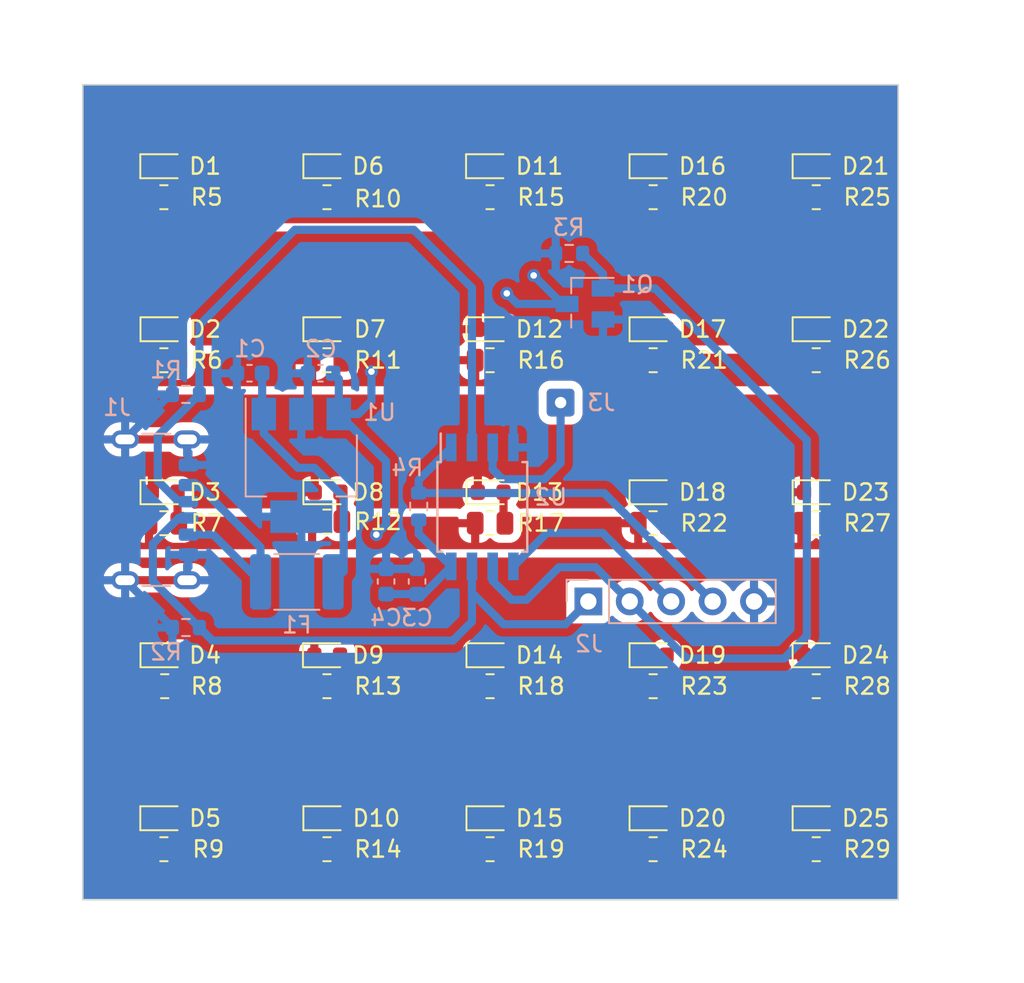
<source format=kicad_pcb>
(kicad_pcb (version 20221018) (generator pcbnew)
  (layers (0 "F.Cu" signal) (31 "B.Cu" signal) (34 "B.Paste" user) (35 "F.Paste" user) (36 "B.SilkS" user "B.Silkscreen") (37 "F.SilkS" user "F.Silkscreen") (38 "B.Mask" user) (39 "F.Mask" user) (44 "Edge.Cuts" user))
  (net 0 "")
  (net 1 "GND")
  (net 2 "Net-(D1-A)")
  (net 3 "Net-(D2-A)")
  (net 4 "Net-(D3-A)")
  (net 5 "Net-(D4-A)")
  (net 6 "Net-(D5-A)")
  (net 7 "Net-(D6-A)")
  (net 8 "Net-(D7-A)")
  (net 9 "Net-(D8-A)")
  (net 10 "Net-(D9-A)")
  (net 11 "Net-(D10-A)")
  (net 12 "Net-(D11-A)")
  (net 13 "Net-(D12-A)")
  (net 14 "Net-(D13-A)")
  (net 15 "Net-(D14-A)")
  (net 16 "Net-(D15-A)")
  (net 17 "Net-(D16-A)")
  (net 18 "Net-(D17-A)")
  (net 19 "Net-(D18-A)")
  (net 20 "Net-(D19-A)")
  (net 21 "Net-(D20-A)")
  (net 22 "Net-(D21-A)")
  (net 23 "Net-(D22-A)")
  (net 24 "Net-(D23-A)")
  (net 25 "Net-(D24-A)")
  (net 26 "Net-(D25-A)")
  (net 27 "SRC_CAP1")
  (net 28 "Net-(F1-Pad1)")
  (net 29 "SRC_CAP2")
  (net 30 "TOUCH_SENS_EXT")
  (net 31 "LED_CTRL")
  (net 32 "LED_OUT")
  (net 33 "USB_PWR")
  (net 34 "Net-(J2-Pin_4)")
  (net 35 "Net-(J2-Pin_3)")
  (net 36 "IC_PS")
  (net 37 "CIRC_PWR")
  (footprint "Diode_SMD:D_0603_1608Metric" (layer "F.Cu") (at 154.9875 75)
    (fp_text reference "D11" (at 3.0125 0) (layer "F.SilkS"))
    (fp_text value "WHITE")
    (pad "1" smd roundrect (at -0.7875 0) (size 0.875 0.95) (layers "F.Cu" "F.Paste" "F.Mask") (net 32 "LED_OUT"))
    (pad "2" smd roundrect (at 0.7875 0) (size 0.875 0.95) (layers "F.Cu" "F.Paste" "F.Mask") (net 12 "Net-(D11-A)"))
  )
  (footprint "Diode_SMD:D_0603_1608Metric" (layer "F.Cu") (at 155.0125 85)
    (fp_text reference "D12" (at 2.9875 0) (layer "F.SilkS"))
    (fp_text value "WHITE")
    (pad "1" smd roundrect (at -0.7875 0) (size 0.875 0.95) (layers "F.Cu" "F.Paste" "F.Mask") (net 32 "LED_OUT"))
    (pad "2" smd roundrect (at 0.7875 0) (size 0.875 0.95) (layers "F.Cu" "F.Paste" "F.Mask") (net 13 "Net-(D12-A)"))
  )
  (footprint "Diode_SMD:D_0603_1608Metric" (layer "F.Cu") (at 135.025 95)
    (fp_text reference "D3" (at 2.475 0) (layer "F.SilkS"))
    (fp_text value "WHITE")
    (pad "1" smd roundrect (at -0.7875 0) (size 0.875 0.95) (layers "F.Cu" "F.Paste" "F.Mask") (net 32 "LED_OUT"))
    (pad "2" smd roundrect (at 0.7875 0) (size 0.875 0.95) (layers "F.Cu" "F.Paste" "F.Mask") (net 4 "Net-(D3-A)"))
  )
  (footprint "Resistor_SMD:R_0805_2012Metric" (layer "F.Cu") (at 154.975 116.9)
    (fp_text reference "R19" (at 3.125 0) (layer "F.SilkS"))
    (fp_text value "500")
    (pad "1" smd roundrect (at -0.9125 0) (size 1.025 1.4) (layers "F.Cu" "F.Paste" "F.Mask") (roundrect_rratio 0.243902) (net 37 "CIRC_PWR"))
    (pad "2" smd roundrect (at 0.9125 0) (size 1.025 1.4) (layers "F.Cu" "F.Paste" "F.Mask") (roundrect_rratio 0.243902) (net 16 "Net-(D15-A)"))
  )
  (footprint "Resistor_SMD:R_0805_2012Metric" (layer "F.Cu") (at 164.975 116.9)
    (fp_text reference "R24" (at 3.125 0) (layer "F.SilkS"))
    (fp_text value "500")
    (pad "1" smd roundrect (at -0.9125 0) (size 1.025 1.4) (layers "F.Cu" "F.Paste" "F.Mask") (roundrect_rratio 0.243902) (net 37 "CIRC_PWR"))
    (pad "2" smd roundrect (at 0.9125 0) (size 1.025 1.4) (layers "F.Cu" "F.Paste" "F.Mask") (roundrect_rratio 0.243902) (net 21 "Net-(D20-A)"))
  )
  (footprint "Resistor_SMD:R_0805_2012Metric" (layer "F.Cu") (at 164.975 96.9)
    (fp_text reference "R22" (at 3.125 0) (layer "F.SilkS"))
    (fp_text value "500")
    (pad "1" smd roundrect (at -0.9125 0) (size 1.025 1.4) (layers "F.Cu" "F.Paste" "F.Mask") (roundrect_rratio 0.243902) (net 37 "CIRC_PWR"))
    (pad "2" smd roundrect (at 0.9125 0) (size 1.025 1.4) (layers "F.Cu" "F.Paste" "F.Mask") (roundrect_rratio 0.243902) (net 19 "Net-(D18-A)"))
  )
  (footprint "Resistor_SMD:R_0805_2012Metric" (layer "F.Cu") (at 144.975 96.8)
    (fp_text reference "R12" (at 3.125 0) (layer "F.SilkS"))
    (fp_text value "500")
    (pad "1" smd roundrect (at -0.9125 0) (size 1.025 1.4) (layers "F.Cu" "F.Paste" "F.Mask") (roundrect_rratio 0.243902) (net 37 "CIRC_PWR"))
    (pad "2" smd roundrect (at 0.9125 0) (size 1.025 1.4) (layers "F.Cu" "F.Paste" "F.Mask") (roundrect_rratio 0.243902) (net 9 "Net-(D8-A)"))
  )
  (footprint "Diode_SMD:D_0603_1608Metric" (layer "F.Cu") (at 165.0125 105)
    (fp_text reference "D19" (at 2.9875 0) (layer "F.SilkS"))
    (fp_text value "WHITE")
    (pad "1" smd roundrect (at -0.7875 0) (size 0.875 0.95) (layers "F.Cu" "F.Paste" "F.Mask") (net 32 "LED_OUT"))
    (pad "2" smd roundrect (at 0.7875 0) (size 0.875 0.95) (layers "F.Cu" "F.Paste" "F.Mask") (net 20 "Net-(D19-A)"))
  )
  (footprint "Diode_SMD:D_0603_1608Metric" (layer "F.Cu") (at 165.0125 115)
    (fp_text reference "D20" (at 2.9875 0) (layer "F.SilkS"))
    (fp_text value "WHITE")
    (pad "1" smd roundrect (at -0.7875 0) (size 0.875 0.95) (layers "F.Cu" "F.Paste" "F.Mask") (net 32 "LED_OUT"))
    (pad "2" smd roundrect (at 0.7875 0) (size 0.875 0.95) (layers "F.Cu" "F.Paste" "F.Mask") (net 21 "Net-(D20-A)"))
  )
  (footprint "Diode_SMD:D_0603_1608Metric" (layer "F.Cu") (at 145.0125 85)
    (fp_text reference "D7" (at 2.5875 0) (layer "F.SilkS"))
    (fp_text value "WHITE")
    (pad "1" smd roundrect (at -0.7875 0) (size 0.875 0.95) (layers "F.Cu" "F.Paste" "F.Mask") (net 32 "LED_OUT"))
    (pad "2" smd roundrect (at 0.7875 0) (size 0.875 0.95) (layers "F.Cu" "F.Paste" "F.Mask") (net 8 "Net-(D7-A)"))
  )
  (footprint "Diode_SMD:D_0603_1608Metric" (layer "F.Cu") (at 175.0125 85)
    (fp_text reference "D22" (at 2.9875 0) (layer "F.SilkS"))
    (fp_text value "WHITE")
    (pad "1" smd roundrect (at -0.7875 0) (size 0.875 0.95) (layers "F.Cu" "F.Paste" "F.Mask") (net 32 "LED_OUT"))
    (pad "2" smd roundrect (at 0.7875 0) (size 0.875 0.95) (layers "F.Cu" "F.Paste" "F.Mask") (net 23 "Net-(D22-A)"))
  )
  (footprint "Diode_SMD:D_0603_1608Metric" (layer "F.Cu") (at 144.9875 105)
    (fp_text reference "D9" (at 2.5125 0) (layer "F.SilkS"))
    (fp_text value "WHITE")
    (pad "1" smd roundrect (at -0.7875 0) (size 0.875 0.95) (layers "F.Cu" "F.Paste" "F.Mask") (net 32 "LED_OUT"))
    (pad "2" smd roundrect (at 0.7875 0) (size 0.875 0.95) (layers "F.Cu" "F.Paste" "F.Mask") (net 10 "Net-(D9-A)"))
  )
  (footprint "Resistor_SMD:R_0805_2012Metric" (layer "F.Cu") (at 134.975 86.9)
    (fp_text reference "R6" (at 2.625 0) (layer "F.SilkS"))
    (fp_text value "500")
    (pad "1" smd roundrect (at -0.9125 0) (size 1.025 1.4) (layers "F.Cu" "F.Paste" "F.Mask") (roundrect_rratio 0.243902) (net 37 "CIRC_PWR"))
    (pad "2" smd roundrect (at 0.9125 0) (size 1.025 1.4) (layers "F.Cu" "F.Paste" "F.Mask") (roundrect_rratio 0.243902) (net 3 "Net-(D2-A)"))
  )
  (footprint "Diode_SMD:D_0603_1608Metric" (layer "F.Cu") (at 165.0125 95)
    (fp_text reference "D18" (at 2.9875 0) (layer "F.SilkS"))
    (fp_text value "WHITE")
    (pad "1" smd roundrect (at -0.7875 0) (size 0.875 0.95) (layers "F.Cu" "F.Paste" "F.Mask") (net 32 "LED_OUT"))
    (pad "2" smd roundrect (at 0.7875 0) (size 0.875 0.95) (layers "F.Cu" "F.Paste" "F.Mask") (net 19 "Net-(D18-A)"))
  )
  (footprint "Resistor_SMD:R_0805_2012Metric" (layer "F.Cu") (at 174.975 96.9)
    (fp_text reference "R27" (at 3.125 0) (layer "F.SilkS"))
    (fp_text value "500")
    (pad "1" smd roundrect (at -0.9125 0) (size 1.025 1.4) (layers "F.Cu" "F.Paste" "F.Mask") (roundrect_rratio 0.243902) (net 37 "CIRC_PWR"))
    (pad "2" smd roundrect (at 0.9125 0) (size 1.025 1.4) (layers "F.Cu" "F.Paste" "F.Mask") (roundrect_rratio 0.243902) (net 24 "Net-(D23-A)"))
  )
  (footprint "Resistor_SMD:R_0805_2012Metric" (layer "F.Cu") (at 164.975 76.9)
    (fp_text reference "R20" (at 3.125 0) (layer "F.SilkS"))
    (fp_text value "500")
    (pad "1" smd roundrect (at -0.9125 0) (size 1.025 1.4) (layers "F.Cu" "F.Paste" "F.Mask") (roundrect_rratio 0.243902) (net 37 "CIRC_PWR"))
    (pad "2" smd roundrect (at 0.9125 0) (size 1.025 1.4) (layers "F.Cu" "F.Paste" "F.Mask") (roundrect_rratio 0.243902) (net 17 "Net-(D16-A)"))
  )
  (footprint "Resistor_SMD:R_0805_2012Metric" (layer "F.Cu") (at 154.975 106.9)
    (fp_text reference "R18" (at 3.125 0) (layer "F.SilkS"))
    (fp_text value "500")
    (pad "1" smd roundrect (at -0.9125 0) (size 1.025 1.4) (layers "F.Cu" "F.Paste" "F.Mask") (roundrect_rratio 0.243902) (net 37 "CIRC_PWR"))
    (pad "2" smd roundrect (at 0.9125 0) (size 1.025 1.4) (layers "F.Cu" "F.Paste" "F.Mask") (roundrect_rratio 0.243902) (net 15 "Net-(D14-A)"))
  )
  (footprint "Diode_SMD:D_0603_1608Metric" (layer "F.Cu") (at 175.0125 115)
    (fp_text reference "D25" (at 2.9875 0) (layer "F.SilkS"))
    (fp_text value "WHITE")
    (pad "1" smd roundrect (at -0.7875 0) (size 0.875 0.95) (layers "F.Cu" "F.Paste" "F.Mask") (net 32 "LED_OUT"))
    (pad "2" smd roundrect (at 0.7875 0) (size 0.875 0.95) (layers "F.Cu" "F.Paste" "F.Mask") (net 26 "Net-(D25-A)"))
  )
  (footprint "Resistor_SMD:R_0805_2012Metric" (layer "F.Cu") (at 144.975 86.9)
    (fp_text reference "R11" (at 3.125 0) (layer "F.SilkS"))
    (fp_text value "500")
    (pad "1" smd roundrect (at -0.9125 0) (size 1.025 1.4) (layers "F.Cu" "F.Paste" "F.Mask") (roundrect_rratio 0.243902) (net 37 "CIRC_PWR"))
    (pad "2" smd roundrect (at 0.9125 0) (size 1.025 1.4) (layers "F.Cu" "F.Paste" "F.Mask") (roundrect_rratio 0.243902) (net 8 "Net-(D7-A)"))
  )
  (footprint "Resistor_SMD:R_0805_2012Metric" (layer "F.Cu") (at 174.975 116.9)
    (fp_text reference "R29" (at 3.125 0) (layer "F.SilkS"))
    (fp_text value "500")
    (pad "1" smd roundrect (at -0.9125 0) (size 1.025 1.4) (layers "F.Cu" "F.Paste" "F.Mask") (roundrect_rratio 0.243902) (net 37 "CIRC_PWR"))
    (pad "2" smd roundrect (at 0.9125 0) (size 1.025 1.4) (layers "F.Cu" "F.Paste" "F.Mask") (roundrect_rratio 0.243902) (net 26 "Net-(D25-A)"))
  )
  (footprint "Resistor_SMD:R_0805_2012Metric" (layer "F.Cu") (at 144.975 76.9)
    (fp_text reference "R10" (at 3.125 0.1) (layer "F.SilkS"))
    (fp_text value "500")
    (pad "1" smd roundrect (at -0.9125 0) (size 1.025 1.4) (layers "F.Cu" "F.Paste" "F.Mask") (roundrect_rratio 0.243902) (net 37 "CIRC_PWR"))
    (pad "2" smd roundrect (at 0.9125 0) (size 1.025 1.4) (layers "F.Cu" "F.Paste" "F.Mask") (roundrect_rratio 0.243902) (net 7 "Net-(D6-A)"))
  )
  (footprint "Resistor_SMD:R_0805_2012Metric" (layer "F.Cu") (at 174.975 106.9)
    (fp_text reference "R28" (at 3.125 0) (layer "F.SilkS"))
    (fp_text value "500")
    (pad "1" smd roundrect (at -0.9125 0) (size 1.025 1.4) (layers "F.Cu" "F.Paste" "F.Mask") (roundrect_rratio 0.243902) (net 37 "CIRC_PWR"))
    (pad "2" smd roundrect (at 0.9125 0) (size 1.025 1.4) (layers "F.Cu" "F.Paste" "F.Mask") (roundrect_rratio 0.243902) (net 25 "Net-(D24-A)"))
  )
  (footprint "Resistor_SMD:R_0805_2012Metric" (layer "F.Cu") (at 174.975 76.9)
    (fp_text reference "R25" (at 3.125 0) (layer "F.SilkS"))
    (fp_text value "500")
    (pad "1" smd roundrect (at -0.9125 0) (size 1.025 1.4) (layers "F.Cu" "F.Paste" "F.Mask") (roundrect_rratio 0.243902) (net 37 "CIRC_PWR"))
    (pad "2" smd roundrect (at 0.9125 0) (size 1.025 1.4) (layers "F.Cu" "F.Paste" "F.Mask") (roundrect_rratio 0.243902) (net 22 "Net-(D21-A)"))
  )
  (footprint "Resistor_SMD:R_0805_2012Metric" (layer "F.Cu") (at 174.975 86.9)
    (fp_text reference "R26" (at 3.125 0) (layer "F.SilkS"))
    (fp_text value "500")
    (pad "1" smd roundrect (at -0.9125 0) (size 1.025 1.4) (layers "F.Cu" "F.Paste" "F.Mask") (roundrect_rratio 0.243902) (net 37 "CIRC_PWR"))
    (pad "2" smd roundrect (at 0.9125 0) (size 1.025 1.4) (layers "F.Cu" "F.Paste" "F.Mask") (roundrect_rratio 0.243902) (net 23 "Net-(D22-A)"))
  )
  (footprint "Diode_SMD:D_0603_1608Metric" (layer "F.Cu") (at 175.0125 95)
    (fp_text reference "D23" (at 2.9875 0) (layer "F.SilkS"))
    (fp_text value "WHITE")
    (pad "1" smd roundrect (at -0.7875 0) (size 0.875 0.95) (layers "F.Cu" "F.Paste" "F.Mask") (net 32 "LED_OUT"))
    (pad "2" smd roundrect (at 0.7875 0) (size 0.875 0.95) (layers "F.Cu" "F.Paste" "F.Mask") (net 24 "Net-(D23-A)"))
  )
  (footprint "Diode_SMD:D_0603_1608Metric" (layer "F.Cu") (at 145.0125 75)
    (fp_text reference "D6" (at 2.4875 0) (layer "F.SilkS"))
    (fp_text value "WHITE")
    (pad "1" smd roundrect (at -0.7875 0) (size 0.875 0.95) (layers "F.Cu" "F.Paste" "F.Mask") (net 32 "LED_OUT"))
    (pad "2" smd roundrect (at 0.7875 0) (size 0.875 0.95) (layers "F.Cu" "F.Paste" "F.Mask") (net 7 "Net-(D6-A)"))
  )
  (footprint "Resistor_SMD:R_0805_2012Metric" (layer "F.Cu") (at 154.975 86.9)
    (fp_text reference "R16" (at 3.125 0) (layer "F.SilkS"))
    (fp_text value "500")
    (pad "1" smd roundrect (at -0.9125 0) (size 1.025 1.4) (layers "F.Cu" "F.Paste" "F.Mask") (roundrect_rratio 0.243902) (net 37 "CIRC_PWR"))
    (pad "2" smd roundrect (at 0.9125 0) (size 1.025 1.4) (layers "F.Cu" "F.Paste" "F.Mask") (roundrect_rratio 0.243902) (net 13 "Net-(D12-A)"))
  )
  (footprint "Diode_SMD:D_0603_1608Metric" (layer "F.Cu") (at 135.0125 75)
    (fp_text reference "D1" (at 2.4875 0) (layer "F.SilkS"))
    (fp_text value "WHITE")
    (pad "1" smd roundrect (at -0.7875 0) (size 0.875 0.95) (layers "F.Cu" "F.Paste" "F.Mask") (net 32 "LED_OUT"))
    (pad "2" smd roundrect (at 0.7875 0) (size 0.875 0.95) (layers "F.Cu" "F.Paste" "F.Mask") (net 2 "Net-(D1-A)"))
  )
  (footprint "Diode_SMD:D_0603_1608Metric" (layer "F.Cu") (at 165.0125 85)
    (fp_text reference "D17" (at 2.9875 0) (layer "F.SilkS"))
    (fp_text value "WHITE")
    (pad "1" smd roundrect (at -0.7875 0) (size 0.875 0.95) (layers "F.Cu" "F.Paste" "F.Mask") (net 32 "LED_OUT"))
    (pad "2" smd roundrect (at 0.7875 0) (size 0.875 0.95) (layers "F.Cu" "F.Paste" "F.Mask") (net 18 "Net-(D17-A)"))
  )
  (footprint "Diode_SMD:D_0603_1608Metric" (layer "F.Cu") (at 135.0125 115)
    (fp_text reference "D5" (at 2.4875 0) (layer "F.SilkS"))
    (fp_text value "WHITE")
    (pad "1" smd roundrect (at -0.7875 0) (size 0.875 0.95) (layers "F.Cu" "F.Paste" "F.Mask") (net 32 "LED_OUT"))
    (pad "2" smd roundrect (at 0.7875 0) (size 0.875 0.95) (layers "F.Cu" "F.Paste" "F.Mask") (net 6 "Net-(D5-A)"))
  )
  (footprint "Resistor_SMD:R_0805_2012Metric" (layer "F.Cu") (at 164.975 86.9)
    (fp_text reference "R21" (at 3.125 0) (layer "F.SilkS"))
    (fp_text value "500")
    (pad "1" smd roundrect (at -0.9125 0) (size 1.025 1.4) (layers "F.Cu" "F.Paste" "F.Mask") (roundrect_rratio 0.243902) (net 37 "CIRC_PWR"))
    (pad "2" smd roundrect (at 0.9125 0) (size 1.025 1.4) (layers "F.Cu" "F.Paste" "F.Mask") (roundrect_rratio 0.243902) (net 18 "Net-(D17-A)"))
  )
  (footprint "Diode_SMD:D_0603_1608Metric" (layer "F.Cu") (at 155.0125 115)
    (fp_text reference "D15" (at 2.9875 0) (layer "F.SilkS"))
    (fp_text value "WHITE")
    (pad "1" smd roundrect (at -0.7875 0) (size 0.875 0.95) (layers "F.Cu" "F.Paste" "F.Mask") (net 32 "LED_OUT"))
    (pad "2" smd roundrect (at 0.7875 0) (size 0.875 0.95) (layers "F.Cu" "F.Paste" "F.Mask") (net 16 "Net-(D15-A)"))
  )
  (footprint "Resistor_SMD:R_0805_2012Metric" (layer "F.Cu") (at 134.975 96.9)
    (fp_text reference "R7" (at 2.625 0) (layer "F.SilkS"))
    (fp_text value "500")
    (pad "1" smd roundrect (at -0.9125 0) (size 1.025 1.4) (layers "F.Cu" "F.Paste" "F.Mask") (roundrect_rratio 0.243902) (net 37 "CIRC_PWR"))
    (pad "2" smd roundrect (at 0.9125 0) (size 1.025 1.4) (layers "F.Cu" "F.Paste" "F.Mask") (roundrect_rratio 0.243902) (net 4 "Net-(D3-A)"))
  )
  (footprint "Diode_SMD:D_0603_1608Metric" (layer "F.Cu") (at 175.0125 75)
    (fp_text reference "D21" (at 2.9875 0) (layer "F.SilkS"))
    (fp_text value "WHITE")
    (pad "1" smd roundrect (at -0.7875 0) (size 0.875 0.95) (layers "F.Cu" "F.Paste" "F.Mask") (net 32 "LED_OUT"))
    (pad "2" smd roundrect (at 0.7875 0) (size 0.875 0.95) (layers "F.Cu" "F.Paste" "F.Mask") (net 22 "Net-(D21-A)"))
  )
  (footprint "Diode_SMD:D_0603_1608Metric" (layer "F.Cu") (at 135.025 85)
    (fp_text reference "D2" (at 2.475 0) (layer "F.SilkS"))
    (fp_text value "WHITE")
    (pad "1" smd roundrect (at -0.7875 0) (size 0.875 0.95) (layers "F.Cu" "F.Paste" "F.Mask") (net 32 "LED_OUT"))
    (pad "2" smd roundrect (at 0.7875 0) (size 0.875 0.95) (layers "F.Cu" "F.Paste" "F.Mask") (net 3 "Net-(D2-A)"))
  )
  (footprint "Diode_SMD:D_0603_1608Metric" (layer "F.Cu") (at 165.0125 75)
    (fp_text reference "D16" (at 2.9875 0) (layer "F.SilkS"))
    (fp_text value "WHITE")
    (pad "1" smd roundrect (at -0.7875 0) (size 0.875 0.95) (layers "F.Cu" "F.Paste" "F.Mask") (net 32 "LED_OUT"))
    (pad "2" smd roundrect (at 0.7875 0) (size 0.875 0.95) (layers "F.Cu" "F.Paste" "F.Mask") (net 17 "Net-(D16-A)"))
  )
  (footprint "Diode_SMD:D_0603_1608Metric" (layer "F.Cu") (at 135.025 105)
    (fp_text reference "D4" (at 2.475 0) (layer "F.SilkS"))
    (fp_text value "WHITE")
    (pad "1" smd roundrect (at -0.7875 0) (size 0.875 0.95) (layers "F.Cu" "F.Paste" "F.Mask") (net 32 "LED_OUT"))
    (pad "2" smd roundrect (at 0.7875 0) (size 0.875 0.95) (layers "F.Cu" "F.Paste" "F.Mask") (net 5 "Net-(D4-A)"))
  )
  (footprint "Diode_SMD:D_0603_1608Metric" (layer "F.Cu") (at 145.0125 115)
    (fp_text reference "D10" (at 2.9875 0) (layer "F.SilkS"))
    (fp_text value "WHITE")
    (pad "1" smd roundrect (at -0.7875 0) (size 0.875 0.95) (layers "F.Cu" "F.Paste" "F.Mask") (net 32 "LED_OUT"))
    (pad "2" smd roundrect (at 0.7875 0) (size 0.875 0.95) (layers "F.Cu" "F.Paste" "F.Mask") (net 11 "Net-(D10-A)"))
  )
  (footprint "Resistor_SMD:R_0805_2012Metric" (layer "F.Cu") (at 154.975 96.9)
    (fp_text reference "R17" (at 3.125 0) (layer "F.SilkS"))
    (fp_text value "500")
    (pad "1" smd roundrect (at -0.9125 0) (size 1.025 1.4) (layers "F.Cu" "F.Paste" "F.Mask") (roundrect_rratio 0.243902) (net 37 "CIRC_PWR"))
    (pad "2" smd roundrect (at 0.9125 0) (size 1.025 1.4) (layers "F.Cu" "F.Paste" "F.Mask") (roundrect_rratio 0.243902) (net 14 "Net-(D13-A)"))
  )
  (footprint "Diode_SMD:D_0603_1608Metric" (layer "F.Cu") (at 155.0125 95)
    (fp_text reference "D13" (at 2.9875 0) (layer "F.SilkS"))
    (fp_text value "WHITE")
    (pad "1" smd roundrect (at -0.7875 0) (size 0.875 0.95) (layers "F.Cu" "F.Paste" "F.Mask") (net 32 "LED_OUT"))
    (pad "2" smd roundrect (at 0.7875 0) (size 0.875 0.95) (layers "F.Cu" "F.Paste" "F.Mask") (net 14 "Net-(D13-A)"))
  )
  (footprint "Diode_SMD:D_0603_1608Metric" (layer "F.Cu") (at 175.0125 105)
    (fp_text reference "D24" (at 2.9875 0) (layer "F.SilkS"))
    (fp_text value "WHITE")
    (pad "1" smd roundrect (at -0.7875 0) (size 0.875 0.95) (layers "F.Cu" "F.Paste" "F.Mask") (net 32 "LED_OUT"))
    (pad "2" smd roundrect (at 0.7875 0) (size 0.875 0.95) (layers "F.Cu" "F.Paste" "F.Mask") (net 25 "Net-(D24-A)"))
  )
  (footprint "Diode_SMD:D_0603_1608Metric" (layer "F.Cu") (at 145.0125 95)
    (fp_text reference "D8" (at 2.4875 0) (layer "F.SilkS"))
    (fp_text value "WHITE")
    (pad "1" smd roundrect (at -0.7875 0) (size 0.875 0.95) (layers "F.Cu" "F.Paste" "F.Mask") (net 32 "LED_OUT"))
    (pad "2" smd roundrect (at 0.7875 0) (size 0.875 0.95) (layers "F.Cu" "F.Paste" "F.Mask") (net 9 "Net-(D8-A)"))
  )
  (footprint "Resistor_SMD:R_0805_2012Metric" (layer "F.Cu") (at 144.975 116.9)
    (fp_text reference "R14" (at 3.125 0) (layer "F.SilkS"))
    (fp_text value "500")
    (pad "1" smd roundrect (at -0.9125 0) (size 1.025 1.4) (layers "F.Cu" "F.Paste" "F.Mask") (roundrect_rratio 0.243902) (net 37 "CIRC_PWR"))
    (pad "2" smd roundrect (at 0.9125 0) (size 1.025 1.4) (layers "F.Cu" "F.Paste" "F.Mask") (roundrect_rratio 0.243902) (net 11 "Net-(D10-A)"))
  )
  (footprint "Resistor_SMD:R_0805_2012Metric" (layer "F.Cu") (at 134.975 76.9)
    (fp_text reference "R5" (at 2.625 0) (layer "F.SilkS"))
    (fp_text value "500")
    (pad "1" smd roundrect (at -0.9125 0) (size 1.025 1.4) (layers "F.Cu" "F.Paste" "F.Mask") (roundrect_rratio 0.243902) (net 37 "CIRC_PWR"))
    (pad "2" smd roundrect (at 0.9125 0) (size 1.025 1.4) (layers "F.Cu" "F.Paste" "F.Mask") (roundrect_rratio 0.243902) (net 2 "Net-(D1-A)"))
  )
  (footprint "Resistor_SMD:R_0805_2012Metric" (layer "F.Cu") (at 164.975 106.9)
    (fp_text reference "R23" (at 3.125 0) (layer "F.SilkS"))
    (fp_text value "500")
    (pad "1" smd roundrect (at -0.9125 0) (size 1.025 1.4) (layers "F.Cu" "F.Paste" "F.Mask") (roundrect_rratio 0.243902) (net 37 "CIRC_PWR"))
    (pad "2" smd roundrect (at 0.9125 0) (size 1.025 1.4) (layers "F.Cu" "F.Paste" "F.Mask") (roundrect_rratio 0.243902) (net 20 "Net-(D19-A)"))
  )
  (footprint "Resistor_SMD:R_0805_2012Metric" (layer "F.Cu") (at 134.975 116.9)
    (fp_text reference "R9" (at 2.725 0) (layer "F.SilkS"))
    (fp_text value "500")
    (pad "1" smd roundrect (at -0.9125 0) (size 1.025 1.4) (layers "F.Cu" "F.Paste" "F.Mask") (roundrect_rratio 0.243902) (net 37 "CIRC_PWR"))
    (pad "2" smd roundrect (at 0.9125 0) (size 1.025 1.4) (layers "F.Cu" "F.Paste" "F.Mask") (roundrect_rratio 0.243902) (net 6 "Net-(D5-A)"))
  )
  (footprint "Resistor_SMD:R_0805_2012Metric" (layer "F.Cu") (at 154.975 76.9)
    (fp_text reference "R15" (at 3.125 0) (layer "F.SilkS"))
    (fp_text value "500")
    (pad "1" smd roundrect (at -0.9125 0) (size 1.025 1.4) (layers "F.Cu" "F.Paste" "F.Mask") (roundrect_rratio 0.243902) (net 37 "CIRC_PWR"))
    (pad "2" smd roundrect (at 0.9125 0) (size 1.025 1.4) (layers "F.Cu" "F.Paste" "F.Mask") (roundrect_rratio 0.243902) (net 12 "Net-(D11-A)"))
  )
  (footprint "Diode_SMD:D_0603_1608Metric" (layer "F.Cu") (at 155.0125 105)
    (fp_text reference "D14" (at 2.9875 0) (layer "F.SilkS"))
    (fp_text value "WHITE")
    (pad "1" smd roundrect (at -0.7875 0) (size 0.875 0.95) (layers "F.Cu" "F.Paste" "F.Mask") (net 32 "LED_OUT"))
    (pad "2" smd roundrect (at 0.7875 0) (size 0.875 0.95) (layers "F.Cu" "F.Paste" "F.Mask") (net 15 "Net-(D14-A)"))
  )
  (footprint "Resistor_SMD:R_0805_2012Metric" (layer "F.Cu") (at 144.975 106.9)
    (fp_text reference "R13" (at 3.125 0) (layer "F.SilkS"))
    (fp_text value "500")
    (pad "1" smd roundrect (at -0.9125 0) (size 1.025 1.4) (layers "F.Cu" "F.Paste" "F.Mask") (roundrect_rratio 0.243902) (net 37 "CIRC_PWR"))
    (pad "2" smd roundrect (at 0.9125 0) (size 1.025 1.4) (layers "F.Cu" "F.Paste" "F.Mask") (roundrect_rratio 0.243902) (net 10 "Net-(D9-A)"))
  )
  (footprint "Resistor_SMD:R_0805_2012Metric" (layer "F.Cu") (at 135.025 106.9)
    (fp_text reference "R8" (at 2.575 0) (layer "F.SilkS"))
    (fp_text value "500")
    (pad "1" smd roundrect (at -0.9125 0) (size 1.025 1.4) (layers "F.Cu" "F.Paste" "F.Mask") (roundrect_rratio 0.243902) (net 37 "CIRC_PWR"))
    (pad "2" smd roundrect (at 0.9125 0) (size 1.025 1.4) (layers "F.Cu" "F.Paste" "F.Mask") (roundrect_rratio 0.243902) (net 5 "Net-(D4-A)"))
  )
  (footprint "Package_SO:SOIC-8W_5.3x5.3mm_P1.27mm" (layer "B.Cu") (at 154.5 95.9 -90)
    (fp_text reference "U2" (at -0.6 -4.2 -180) (layer "B.SilkS") (effects (justify mirror)))
    (fp_text value "ATtiny85-20S")
    (pad "1" smd rect (at -3.65 1.905 270) (size 1.7 0.65) (layers "B.Cu" "B.Paste" "B.Mask") (net 34 "Net-(J2-Pin_4)"))
    (pad "2" smd rect (at -3.65 0.635 270) (size 1.7 0.65) (layers "B.Cu" "B.Paste" "B.Mask") (net 29 "SRC_CAP2"))
    (pad "3" smd rect (at -3.65 -0.635 270) (size 1.7 0.65) (layers "B.Cu" "B.Paste" "B.Mask") (net 30 "TOUCH_SENS_EXT"))
    (pad "4" smd rect (at -3.65 -1.905 270) (size 1.7 0.65) (layers "B.Cu" "B.Paste" "B.Mask") (net 1 "GND"))
    (pad "5" smd rect (at 3.65 -1.905 270) (size 1.7 0.65) (layers "B.Cu" "B.Paste" "B.Mask") (net 35 "Net-(J2-Pin_3)"))
    (pad "6" smd rect (at 3.65 -0.635 270) (size 1.7 0.65) (layers "B.Cu" "B.Paste" "B.Mask") (net 31 "LED_CTRL"))
    (pad "7" smd rect (at 3.65 0.635 270) (size 1.7 0.65) (layers "B.Cu" "B.Paste" "B.Mask") (net 27 "SRC_CAP1"))
    (pad "8" smd rect (at 3.65 1.905 270) (size 1.7 0.65) (layers "B.Cu" "B.Paste" "B.Mask") (net 36 "IC_PS"))
  )
  (footprint "Capacitor_SMD:C_0603_1608Metric" (layer "B.Cu") (at 140.225 87.7 180)
    (fp_text reference "C1" (at -0.025 1.5 180) (layer "B.SilkS") (effects (justify mirror)))
    (fp_text value "1uF")
    (pad "1" smd roundrect (at -0.775 0 180) (size 0.9 0.95) (layers "B.Cu" "B.Paste" "B.Mask") (net 33 "USB_PWR"))
    (pad "2" smd roundrect (at 0.775 0 180) (size 0.9 0.95) (layers "B.Cu" "B.Paste" "B.Mask") (net 1 "GND"))
  )
  (footprint "Capacitor_SMD:C_0603_1608Metric" (layer "B.Cu") (at 150.5 100.475 90)
    (fp_text reference "C3" (at -2.225 0) (layer "B.SilkS") (effects (justify mirror)))
    (fp_text value "0.1uF")
    (pad "1" smd roundrect (at -0.775 0 90) (size 0.9 0.95) (layers "B.Cu" "B.Paste" "B.Mask") (net 36 "IC_PS"))
    (pad "2" smd roundrect (at 0.775 0 90) (size 0.9 0.95) (layers "B.Cu" "B.Paste" "B.Mask") (net 1 "GND"))
  )
  (footprint "Resistor_SMD:R_0603_1608Metric" (layer "B.Cu") (at 150.6 95.875 -90)
    (fp_text reference "R4" (at -2.375 0.7 -180) (layer "B.SilkS") (effects (justify mirror)))
    (fp_text value "10k")
    (pad "1" smd roundrect (at -0.825 0 270) (size 0.8 0.95) (layers "B.Cu" "B.Paste" "B.Mask") (net 34 "Net-(J2-Pin_4)"))
    (pad "2" smd roundrect (at 0.825 0 270) (size 0.8 0.95) (layers "B.Cu" "B.Paste" "B.Mask") (net 36 "IC_PS"))
  )
  (footprint "Resistor_SMD:R_0603_1608Metric" (layer "B.Cu") (at 136.325 89 180)
    (fp_text reference "R1" (at 1.225 1.5) (layer "B.SilkS") (effects (justify mirror)))
    (fp_text value "5k1")
    (pad "1" smd roundrect (at -0.825 0 180) (size 0.8 0.95) (layers "B.Cu" "B.Paste" "B.Mask") (net 29 "SRC_CAP2"))
    (pad "2" smd roundrect (at 0.825 0 180) (size 0.8 0.95) (layers "B.Cu" "B.Paste" "B.Mask") (net 1 "GND"))
  )
  (footprint "Fuse:Fuse_1812_4532Metric_Pad1.30x3.40mm_HandSolder" (layer "B.Cu") (at 143.125 100.5)
    (fp_text reference "F1" (at 0 2.65) (layer "B.SilkS") (effects (justify mirror)))
    (fp_text value "Polyfuse")
    (pad "1" smd roundrect (at -2.225 0) (size 1.3 3.4) (layers "B.Cu" "B.Paste" "B.Mask") (roundrect_rratio 0.1923076923) (net 28 "Net-(F1-Pad1)"))
    (pad "2" smd roundrect (at 2.225 0) (size 1.3 3.4) (layers "B.Cu" "B.Paste" "B.Mask") (roundrect_rratio 0.1923076923) (net 33 "USB_PWR"))
  )
  (footprint "Resistor_SMD:R_0603_1608Metric" (layer "B.Cu") (at 136.325 103.3 180)
    (fp_text reference "R2" (at 1.225 -1.5) (layer "B.SilkS") (effects (justify mirror)))
    (fp_text value "5k1")
    (pad "1" smd roundrect (at -0.825 0 180) (size 0.8 0.95) (layers "B.Cu" "B.Paste" "B.Mask") (net 27 "SRC_CAP1"))
    (pad "2" smd roundrect (at 0.825 0 180) (size 0.8 0.95) (layers "B.Cu" "B.Paste" "B.Mask") (net 1 "GND"))
  )
  (footprint "Connector_Wire:SolderWire-0.15sqmm_1x01_D0.5mm_OD1.5mm" (layer "B.Cu") (at 159.3 89.5 180)
    (fp_text reference "J3" (at -2.5 0 180) (layer "B.SilkS") (effects (justify mirror)))
    (fp_text value "External Capacitance")
    (pad "1" thru_hole roundrect (at 0 0 180) (size 1.7 1.7) (drill 0.7) (layers "*.Cu" "*.Mask") (roundrect_rratio 0.1470588235) (net 30 "TOUCH_SENS_EXT"))
  )
  (footprint "Package_TO_SOT_SMD:SOT-223-3_TabPin2" (layer "B.Cu") (at 143.4 93.35 -90)
    (fp_text reference "U1" (at -3.25 -4.8 -180) (layer "B.SilkS") (effects (justify mirror)))
    (fp_text value "MCP1703Ax-500xxDB")
    (pad "1" smd rect (at -3.15 2.3 270) (size 2 1.5) (layers "B.Cu" "B.Paste" "B.Mask") (net 33 "USB_PWR"))
    (pad "2" smd rect (at -3.15 0 270) (size 2 1.5) (layers "B.Cu" "B.Paste" "B.Mask") (net 1 "GND"))
    (pad "2" smd rect (at 3.15 0 270) (size 2 3.8) (layers "B.Cu" "B.Paste" "B.Mask") (net 1 "GND"))
    (pad "3" smd rect (at -3.15 -2.3 270) (size 2 1.5) (layers "B.Cu" "B.Paste" "B.Mask") (net 37 "CIRC_PWR"))
  )
  (footprint "Connector_PinHeader_2.54mm:PinHeader_1x05_P2.54mm_Vertical" (layer "B.Cu") (at 161 101.7 -90)
    (fp_text reference "J2" (at 2.6 -0.04) (layer "B.SilkS") (effects (justify mirror)))
    (fp_text value "Conn_01x05_Socket")
    (pad "1" thru_hole rect (at 0 0 270) (size 1.7 1.7) (drill 1) (layers "*.Cu" "*.Mask") (net 27 "SRC_CAP1"))
    (pad "2" thru_hole oval (at 0 -2.54 270) (size 1.7 1.7) (drill 1) (layers "*.Cu" "*.Mask") (net 31 "LED_CTRL"))
    (pad "3" thru_hole oval (at 0 -5.08 270) (size 1.7 1.7) (drill 1) (layers "*.Cu" "*.Mask") (net 35 "Net-(J2-Pin_3)"))
    (pad "4" thru_hole oval (at 0 -7.62 270) (size 1.7 1.7) (drill 1) (layers "*.Cu" "*.Mask") (net 34 "Net-(J2-Pin_4)"))
    (pad "5" thru_hole oval (at 0 -10.16 270) (size 1.7 1.7) (drill 1) (layers "*.Cu" "*.Mask") (net 1 "GND"))
  )
  (footprint "Resistor_SMD:R_0603_1608Metric" (layer "B.Cu") (at 159.825 80.35 180)
    (fp_text reference "R3" (at 0.025 1.6) (layer "B.SilkS") (effects (justify mirror)))
    (fp_text value "10k")
    (pad "1" smd roundrect (at -0.825 0 180) (size 0.8 0.95) (layers "B.Cu" "B.Paste" "B.Mask") (net 31 "LED_CTRL"))
    (pad "2" smd roundrect (at 0.825 0 180) (size 0.8 0.95) (layers "B.Cu" "B.Paste" "B.Mask") (net 1 "GND"))
  )
  (footprint "Package_TO_SOT_SMD:SuperSOT-3" (layer "B.Cu") (at 160.8 83.45 180)
    (fp_text reference "Q1" (at -3.2 1.2) (layer "B.SilkS") (effects (justify mirror)))
    (fp_text value "NMOS")
    (pad "1" smd rect (at -1.1 0.95 180) (size 1.4 1) (layers "B.Cu" "B.Paste" "B.Mask") (net 31 "LED_CTRL"))
    (pad "2" smd rect (at -1.1 -0.95 180) (size 1.4 1) (layers "B.Cu" "B.Paste" "B.Mask") (net 1 "GND"))
    (pad "3" smd rect (at 1.1 0 180) (size 1.4 1) (layers "B.Cu" "B.Paste" "B.Mask") (net 32 "LED_OUT"))
  )
  (footprint "Connector_USB:USB_C_Receptacle_GCT_USB4125-xx-x-0190_6P_TopMnt_Horizontal" (layer "B.Cu") (at 133.4 96.08 90)
    (fp_text reference "J1" (at 6.28 -1.3 unlocked) (layer "B.SilkS") (effects (justify mirror)))
    (fp_text value "USB_C_Receptacle_PowerOnly_6P")
    (pad "A5" smd roundrect (at -0.5 3.08 90) (size 0.7 1.2) (layers "B.Cu" "B.Paste" "B.Mask") (net 27 "SRC_CAP1"))
    (pad "A9" smd roundrect (at 1.52 3.08 270) (size 0.76 1.2) (layers "B.Cu" "B.Paste" "B.Mask") (net 28 "Net-(F1-Pad1)"))
    (pad "A12" smd roundrect (at 2.75 3.08 270) (size 0.8 1.2) (layers "B.Cu" "B.Paste" "B.Mask") (net 1 "GND"))
    (pad "B5" smd roundrect (at 0.5 3.08 270) (size 0.7 1.2) (layers "B.Cu" "B.Paste" "B.Mask") (net 29 "SRC_CAP2"))
    (pad "B9" smd roundrect (at -1.52 3.08 90) (size 0.76 1.2) (layers "B.Cu" "B.Paste" "B.Mask") (net 28 "Net-(F1-Pad1)"))
    (pad "B12" smd roundrect (at -2.75 3.08 90) (size 0.8 1.2) (layers "B.Cu" "B.Paste" "B.Mask") (net 1 "GND"))
    (pad "S1" thru_hole oval (at -4.32 -0.8 90) (size 1.1 1.7) (drill oval 0.6 1.2) (layers "*.Cu" "*.Mask" "B.Paste") (net 1 "GND"))
    (pad "S1" thru_hole oval (at -4.32 3 90) (size 1.1 1.7) (drill oval 0.6 1.2) (layers "*.Cu" "*.Mask" "B.Paste") (net 1 "GND"))
    (pad "S1" thru_hole oval (at 4.32 -0.8 90) (size 1.1 1.7) (drill oval 0.6 1.2) (layers "*.Cu" "*.Mask" "B.Paste") (net 1 "GND"))
    (pad "S1" thru_hole oval (at 4.32 3 90) (size 1.1 1.7) (drill oval 0.6 1.2) (layers "*.Cu" "*.Mask" "B.Paste") (net 1 "GND"))
  )
  (footprint "Capacitor_SMD:C_0603_1608Metric" (layer "B.Cu") (at 148.6 100.475 90)
    (fp_text reference "C4" (at -2.225 0) (layer "B.SilkS") (effects (justify mirror)))
    (fp_text value "4.7uF")
    (pad "1" smd roundrect (at -0.775 0 90) (size 0.9 0.95) (layers "B.Cu" "B.Paste" "B.Mask") (net 36 "IC_PS"))
    (pad "2" smd roundrect (at 0.775 0 90) (size 0.9 0.95) (layers "B.Cu" "B.Paste" "B.Mask") (net 1 "GND"))
  )
  (footprint "Capacitor_SMD:C_0603_1608Metric" (layer "B.Cu") (at 144.575 87.7 180)
    (fp_text reference "C2" (at -0.025 1.5) (layer "B.SilkS") (effects (justify mirror)))
    (fp_text value "1uF")
    (pad "1" smd roundrect (at -0.775 0 180) (size 0.9 0.95) (layers "B.Cu" "B.Paste" "B.Mask") (net 37 "CIRC_PWR"))
    (pad "2" smd roundrect (at 0.775 0 180) (size 0.9 0.95) (layers "B.Cu" "B.Paste" "B.Mask") (net 1 "GND"))
  )
  (gr_rect (start 130 70) (end 180 120) (stroke (width 0.1)) (fill none) (layer "Edge.Cuts"))
  (segment (start 132.6 91.76) (end 136.4 91.76) (width 0.5) (layer "F.Cu") (net 1))
  (segment (start 136.4 100.4) (end 132.6 100.4) (width 0.5) (layer "F.Cu") (net 1))
  (segment (start 135.5 103.3) (end 132.6 100.4) (width 0.5) (layer "B.Cu") (net 1))
  (segment (start 161.9 84.4) (end 161.45 84.4) (width 0.5) (layer "B.Cu") (net 1))
  (segment (start 148.6 99.7) (end 150.5 99.7) (width 0.5) (layer "B.Cu") (net 1))
  (segment (start 143.8 87.7) (end 143.8 89.8) (width 0.5) (layer "B.Cu") (net 1))
  (segment (start 135.36 89) (end 132.6 91.76) (width 0.5) (layer "B.Cu") (net 1))
  (segment (start 135.5 89) (end 135.36 89) (width 0.5) (layer "B.Cu") (net 1))
  (segment (start 143.8 89.8) (end 143.4 90.2) (width 0.5) (layer "B.Cu") (net 1))
  (segment (start 162.35 84.4) (end 161.9 84.4) (width 0.5) (layer "B.Cu") (net 1))
  (segment (start 135.8 76.9) (end 135.8 75) (width 0.5) (layer "F.Cu") (net 2))
  (segment (start 135.8 85.0125) (end 135.8125 85) (width 0.5) (layer "F.Cu") (net 3))
  (segment (start 135.8 86.9) (end 135.8 85.0125) (width 0.5) (layer "F.Cu") (net 3))
  (segment (start 135.8125 95) (end 135.8125 96.8875) (width 0.5) (layer "F.Cu") (net 4))
  (segment (start 135.8125 96.8875) (end 135.8 96.9) (width 0.5) (layer "F.Cu") (net 4))
  (segment (start 135.8125 106.8625) (end 135.85 106.9) (width 0.5) (layer "F.Cu") (net 5))
  (segment (start 135.8125 105) (end 135.8125 106.8625) (width 0.5) (layer "F.Cu") (net 5))
  (segment (start 135.8 115) (end 135.8 116.9) (width 0.5) (layer "F.Cu") (net 6))
  (segment (start 145.8 76.9) (end 145.8 75) (width 0.5) (layer "F.Cu") (net 7))
  (segment (start 145.8 85) (end 145.8 86.9) (width 0.5) (layer "F.Cu") (net 8))
  (segment (start 145.8 95) (end 145.8 96.8) (width 0.5) (layer "F.Cu") (net 9))
  (segment (start 145.775 106.875) (end 145.8 106.9) (width 0.5) (layer "F.Cu") (net 10))
  (segment (start 145.775 105) (end 145.775 106.875) (width 0.5) (layer "F.Cu") (net 10))
  (segment (start 145.8 115) (end 145.8 116.9) (width 0.5) (layer "F.Cu") (net 11))
  (segment (start 155.8 75.025) (end 155.775 75) (width 0.5) (layer "F.Cu") (net 12))
  (segment (start 155.8 76.9) (end 155.8 75.025) (width 0.5) (layer "F.Cu") (net 12))
  (segment (start 155.8 86.9) (end 155.8 85) (width 0.5) (layer "F.Cu") (net 13))
  (segment (start 155.8 95) (end 155.8 96.9) (width 0.5) (layer "F.Cu") (net 14))
  (segment (start 155.8 105) (end 155.8 106.9) (width 0.5) (layer "F.Cu") (net 15))
  (segment (start 155.8 115) (end 155.8 116.9) (width 0.5) (layer "F.Cu") (net 16))
  (segment (start 165.8 75) (end 165.8 76.9) (width 0.5) (layer "F.Cu") (net 17))
  (segment (start 165.8 86.9) (end 165.8 85) (width 0.5) (layer "F.Cu") (net 18))
  (segment (start 165.8 96.9) (end 165.8 95) (width 0.5) (layer "F.Cu") (net 19))
  (segment (start 165.8 105) (end 165.8 106.9) (width 0.5) (layer "F.Cu") (net 20))
  (segment (start 165.8 115) (end 165.8 116.9) (width 0.5) (layer "F.Cu") (net 21))
  (segment (start 175.8 76.9) (end 175.8 75) (width 0.5) (layer "F.Cu") (net 22))
  (segment (start 175.8 86.9) (end 175.8 85) (width 0.5) (layer "F.Cu") (net 23))
  (segment (start 175.8 96.9) (end 175.8 95) (width 0.5) (layer "F.Cu") (net 24))
  (segment (start 175.8 105) (end 175.8 106.9) (width 0.5) (layer "F.Cu") (net 25))
  (segment (start 175.8 115) (end 175.8 116.9) (width 0.5) (layer "F.Cu") (net 26))
  (segment (start 137.15 103.3) (end 137.95 104.1) (width 0.5) (layer "B.Cu") (net 27))
  (segment (start 159.6 103.1) (end 161 101.7) (width 0.5) (layer "B.Cu") (net 27))
  (segment (start 135.88 96.58) (end 134.3 98.16) (width 0.5) (layer "B.Cu") (net 27))
  (segment (start 155.8 103.1) (end 153.865 101.165) (width 0.5) (layer "B.Cu") (net 27))
  (segment (start 134.3 100.45) (end 137.15 103.3) (width 0.5) (layer "B.Cu") (net 27))
  (segment (start 134.3 98.16) (end 134.3 100.45) (width 0.5) (layer "B.Cu") (net 27))
  (segment (start 153.865 101.165) (end 153.865 99.55) (width 0.5) (layer "B.Cu") (net 27))
  (segment (start 137.95 104.1) (end 152.7 104.1) (width 0.5) (layer "B.Cu") (net 27))
  (segment (start 152.7 104.1) (end 153.865 102.935) (width 0.5) (layer "B.Cu") (net 27))
  (segment (start 155.8 103.1) (end 159.6 103.1) (width 0.5) (layer "B.Cu") (net 27))
  (segment (start 153.865 102.935) (end 153.865 99.55) (width 0.5) (layer "B.Cu") (net 27))
  (segment (start 136.48 96.58) (end 135.88 96.58) (width 0.5) (layer "B.Cu") (net 27))
  (segment (start 136.48 94.56) (end 137.08 94.56) (width 0.5) (layer "B.Cu") (net 28))
  (segment (start 136.48 97.6) (end 138 97.6) (width 0.5) (layer "B.Cu") (net 28))
  (segment (start 140.9 98.38) (end 140.9 100.5) (width 0.5) (layer "B.Cu") (net 28))
  (segment (start 137.08 94.56) (end 140.9 98.38) (width 0.5) (layer "B.Cu") (net 28))
  (segment (start 138 97.6) (end 140.9 100.5) (width 0.5) (layer "B.Cu") (net 28))
  (segment (start 134.6 91.55) (end 134.6 94.3) (width 0.5) (layer "B.Cu") (net 29))
  (segment (start 153.865 82.465) (end 153.865 92.25) (width 0.5) (layer "B.Cu") (net 29))
  (segment (start 150.3 78.9) (end 153.865 82.465) (width 0.5) (layer "B.Cu") (net 29))
  (segment (start 137.15 84.75) (end 143 78.9) (width 0.5) (layer "B.Cu") (net 29))
  (segment (start 135.88 95.58) (end 136.48 95.58) (width 0.5) (layer "B.Cu") (net 29))
  (segment (start 143 78.9) (end 150.3 78.9) (width 0.5) (layer "B.Cu") (net 29))
  (segment (start 134.6 94.3) (end 135.88 95.58) (width 0.5) (layer "B.Cu") (net 29))
  (segment (start 137.15 89) (end 134.6 91.55) (width 0.5) (layer "B.Cu") (net 29))
  (segment (start 137.15 89) (end 137.15 84.75) (width 0.5) (layer "B.Cu") (net 29))
  (segment (start 155.135 93.6) (end 155.135 92.25) (width 0.5) (layer "B.Cu") (net 30))
  (segment (start 155.165 92.22) (end 155.135 92.25) (width 0.5) (layer "B.Cu") (net 30))
  (segment (start 159.3 89.5) (end 159.3 93.2) (width 0.5) (layer "B.Cu") (net 30))
  (segment (start 155.735 94.2) (end 155.135 93.6) (width 0.5) (layer "B.Cu") (net 30))
  (segment (start 158.3 94.2) (end 155.735 94.2) (width 0.5) (layer "B.Cu") (net 30))
  (segment (start 159.3 93.2) (end 158.3 94.2) (width 0.5) (layer "B.Cu") (net 30))
  (segment (start 161.44 99.6) (end 159.2 99.6) (width 0.5) (layer "B.Cu") (net 31))
  (segment (start 156.3 101.6) (end 155.135 100.435) (width 0.5) (layer "B.Cu") (net 31))
  (segment (start 161.9 81.6) (end 160.65 80.35) (width 0.5) (layer "B.Cu") (net 31))
  (segment (start 162.2 82.2) (end 161.9 82.5) (width 0.5) (layer "B.Cu") (net 31))
  (segment (start 174.4 103.8) (end 173 105.2) (width 0.5) (layer "B.Cu") (net 31))
  (segment (start 159.2 99.6) (end 157.2 101.6) (width 0.5) (layer "B.Cu") (net 31))
  (segment (start 163.54 101.7) (end 161.44 99.6) (width 0.5) (layer "B.Cu") (net 31))
  (segment (start 161.9 82.5) (end 161.9 81.6) (width 0.5) (layer "B.Cu") (net 31))
  (segment (start 165.1 82.5) (end 174.4 91.8) (width 0.5) (layer "B.Cu") (net 31))
  (segment (start 173 105.2) (end 167.04 105.2) (width 0.5) (layer "B.Cu") (net 31))
  (segment (start 161.9 82.5) (end 165.1 82.5) (width 0.5) (layer "B.Cu") (net 31))
  (segment (start 167.04 105.2) (end 163.54 101.7) (width 0.5) (layer "B.Cu") (net 31))
  (segment (start 157.2 101.6) (end 156.3 101.6) (width 0.5) (layer "B.Cu") (net 31))
  (segment (start 155.135 100.435) (end 155.135 99.55) (width 0.5) (layer "B.Cu") (net 31))
  (segment (start 174.4 91.8) (end 174.4 103.8) (width 0.5) (layer "B.Cu") (net 31))
  (via (at 157.65 81.7) (size 0.8) (drill 0.4) (layers "F.Cu" "B.Cu") (net 32))
  (via (at 156 82.8) (size 0.8) (drill 0.4) (layers "F.Cu" "B.Cu") (net 32))
  (segment (start 159.7 83.45) (end 159.4 83.45) (width 0.5) (layer "B.Cu") (net 32))
  (segment (start 159.7 83.45) (end 159.7 83.25) (width 0.5) (layer "B.Cu") (net 32))
  (segment (start 156.65 83.45) (end 156 82.8) (width 0.5) (layer "B.Cu") (net 32))
  (segment (start 159.7 83.45) (end 156.65 83.45) (width 0.5) (layer "B.Cu") (net 32))
  (segment (start 159.4 83.45) (end 157.65 81.7) (width 0.5) (layer "B.Cu") (net 32))
  (segment (start 143.2 93.5) (end 141.1 91.4) (width 0.5) (layer "B.Cu") (net 33))
  (segment (start 141 90.1) (end 141.1 90.2) (width 0.5) (layer "B.Cu") (net 33))
  (segment (start 145.35 100.5) (end 146 99.85) (width 0.5) (layer "B.Cu") (net 33))
  (segment (start 141.1 91.4) (end 141.1 90.2) (width 0.5) (layer "B.Cu") (net 33))
  (segment (start 144.2 93.5) (end 143.2 93.5) (width 0.5) (layer "B.Cu") (net 33))
  (segment (start 141 87.7) (end 141 90.1) (width 0.5) (layer "B.Cu") (net 33))
  (segment (start 146 99.85) (end 146 95.3) (width 0.5) (layer "B.Cu") (net 33))
  (segment (start 146 95.3) (end 144.2 93.5) (width 0.5) (layer "B.Cu") (net 33))
  (segment (start 150.6 94.245) (end 152.595 92.25) (width 0.5) (layer "B.Cu") (net 34))
  (segment (start 150.6 95.05) (end 161.97 95.05) (width 0.5) (layer "B.Cu") (net 34))
  (segment (start 150.6 95.05) (end 150.6 94.245) (width 0.5) (layer "B.Cu") (net 34))
  (segment (start 161.97 95.05) (end 168.62 101.7) (width 0.5) (layer "B.Cu") (net 34))
  (segment (start 156.405 99.55) (end 156.405 99.965) (width 0.5) (layer "B.Cu") (net 35))
  (segment (start 166.08 101.7) (end 161.88 97.5) (width 0.5) (layer "B.Cu") (net 35))
  (segment (start 161.88 97.5) (end 158.455 97.5) (width 0.5) (layer "B.Cu") (net 35))
  (segment (start 156.405 99.55) (end 156.405 99.565) (width 0.5) (layer "B.Cu") (net 35))
  (segment (start 158.455 97.5) (end 156.405 99.55) (width 0.5) (layer "B.Cu") (net 35))
  (segment (start 150.6 96.7) (end 150.6 97.555) (width 0.5) (layer "B.Cu") (net 36))
  (segment (start 150.895 101.25) (end 152.595 99.55) (width 0.5) (layer "B.Cu") (net 36))
  (segment (start 150.5 101.25) (end 150.895 101.25) (width 0.5) (layer "B.Cu") (net 36))
  (segment (start 150.6 97.555) (end 152.595 99.55) (width 0.5) (layer "B.Cu") (net 36))
  (segment (start 148.6 101.25) (end 150.5 101.25) (width 0.5) (layer "B.Cu") (net 36))
  (via (at 148 97.6) (size 0.8) (drill 0.4) (layers "F.Cu" "B.Cu") (net 37))
  (via (at 147.7 87.6) (size 0.8) (drill 0.4) (layers "F.Cu" "B.Cu") (net 37))
  (segment (start 147.7 87.6) (end 147.7 89.4) (width 0.5) (layer "B.Cu") (net 37))
  (segment (start 145.7 90.2) (end 145.7 88.05) (width 0.5) (layer "B.Cu") (net 37))
  (segment (start 148.6 93.1) (end 145.7 90.2) (width 0.5) (layer "B.Cu") (net 37))
  (segment (start 145.7 88.05) (end 145.35 87.7) (width 0.5) (layer "B.Cu") (net 37))
  (segment (start 146.9 90.2) (end 145.7 90.2) (width 0.5) (layer "B.Cu") (net 37))
  (segment (start 147.7 89.4) (end 146.9 90.2) (width 0.5) (layer "B.Cu") (net 37))
  (segment (start 148 97.6) (end 148.6 97) (width 0.5) (layer "B.Cu") (net 37))
  (segment (start 148.6 97) (end 148.6 93.1) (width 0.5) (layer "B.Cu") (net 37))
  (zone (net 32) (net_name "LED_OUT") (layer "F.Cu") (priority 1) (connect_pads (clearance 0.5)) (min_thickness 0.25) (fill yes (thermal_gap 0.5) (thermal_bridge_width 0.5))
    (polygon (pts (xy 124.92537 64.802032) (xy 187.72537 64.802032) (xy 187.62537 125.102032) (xy 124.92537 125.102032)))
  )
  (zone (net 37) (net_name "CIRC_PWR") (layer "F.Cu") (priority 1) (connect_pads (clearance 0.5)) (min_thickness 0.25) (fill yes (thermal_gap 0.5) (thermal_bridge_width 0.5))
    (polygon (pts (xy 132 86.5) (xy 178 86.5) (xy 178 88.5) (xy 132 88.5)))
  )
  (zone (net 37) (net_name "CIRC_PWR") (layer "F.Cu") (priority 1) (connect_pads (clearance 0.5)) (min_thickness 0.25) (fill yes (thermal_gap 0.5) (thermal_bridge_width 0.5))
    (polygon (pts (xy 132 106.5) (xy 178 106.5) (xy 178 108.5) (xy 132 108.5)))
  )
  (zone (net 37) (net_name "CIRC_PWR") (layer "F.Cu") (priority 2) (connect_pads (clearance 0.5)) (min_thickness 0.25) (fill yes (thermal_gap 0.5) (thermal_bridge_width 0.5))
    (polygon (pts (xy 177 76.5) (xy 179 76.5) (xy 179 118.5) (xy 177 118.5)))
  )
  (zone (net 37) (net_name "CIRC_PWR") (layer "F.Cu") (priority 1) (connect_pads (clearance 0.5)) (min_thickness 0.25) (fill yes (thermal_gap 0.5) (thermal_bridge_width 0.5))
    (polygon (pts (xy 132 76.5) (xy 178 76.5) (xy 178 78.5) (xy 132 78.5)))
  )
  (zone (net 37) (net_name "CIRC_PWR") (layer "F.Cu") (priority 1) (connect_pads (clearance 0.5)) (min_thickness 0.25) (fill yes (thermal_gap 0.5) (thermal_bridge_width 0.5))
    (polygon (pts (xy 132 116.5) (xy 178 116.5) (xy 178 118.5) (xy 132 118.5)))
  )
  (zone (net 37) (net_name "CIRC_PWR") (layer "F.Cu") (priority 1) (connect_pads (clearance 0.5)) (min_thickness 0.25) (fill yes (thermal_gap 0.5) (thermal_bridge_width 0.5))
    (polygon (pts (xy 132 96.5) (xy 178 96.5) (xy 178 98.5) (xy 132 98.5)))
  )
  (zone (net 1) (net_name "GND") (layer "B.Cu") (connect_pads (clearance 0.5)) (min_thickness 0.25) (fill yes (thermal_gap 0.5) (thermal_bridge_width 0.5))
    (polygon (pts (xy 180.175374 67.851147) (xy 125.175374 67.501147) (xy 125.475374 121.901147) (xy 184.675374 122.501147) (xy 184.275374 67.701147)))
  )
)
</source>
